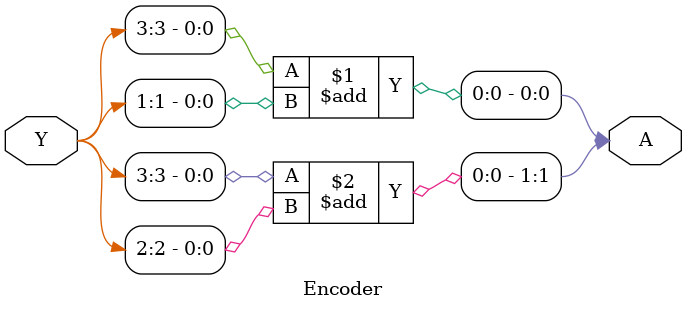
<source format=v>
module Encoder (
  input [3:0] Y,
  output [1:0] A
    

);
assign A[0]=Y[3]+Y[1];
assign A[1]=Y[3]+Y[2];
    
endmodule

</source>
